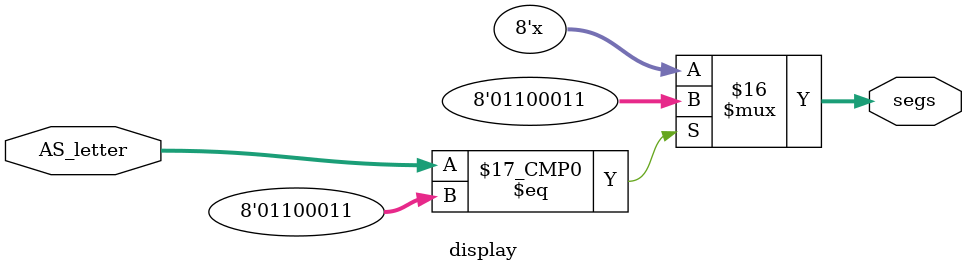
<source format=v>
`timescale 1ns / 1ps
`include "global.v"
module display(
	input [7:0] AS_letter,
  	output reg [7:0]segs, // 14-segment segs output
);

// Combinatioanl Logic
always@(*)
  case(AS_letter)
    8'd99 : segs = 8'b0110_0011; // lower c
    8'd100 : num = 8'b1000_0101; // lower d
    8'd101 : num = 8'b0110_0001; // lower e
    8'd102 : num = 8'b0111_0001; // lower f
    8'd103 : num = 8'b0100_0001; // lower g
    8'd97 : num = 8'b0001_0001; // lower a
    8'd98 : num = 8'b1100_0001; // lowerb
    8'd67 : num = 8'b0110_0010; // cap c
    8'd68 : num = 8'b1000_0100; // cap d
    8'd69 : num = 8'b0110_0000; // cap e
    8'd70 : num = 8'b0111_0000; // cap f
    8'd71 : num = 8'b0100_0000; // cap g
    8'd65 : num = 8'b0001_0000; // cap a
    8'd66 : num = 8'b1100_0000; // lowerb
    default : num = 8'b0110_0011; // lower c
  endcase

endmodule

</source>
